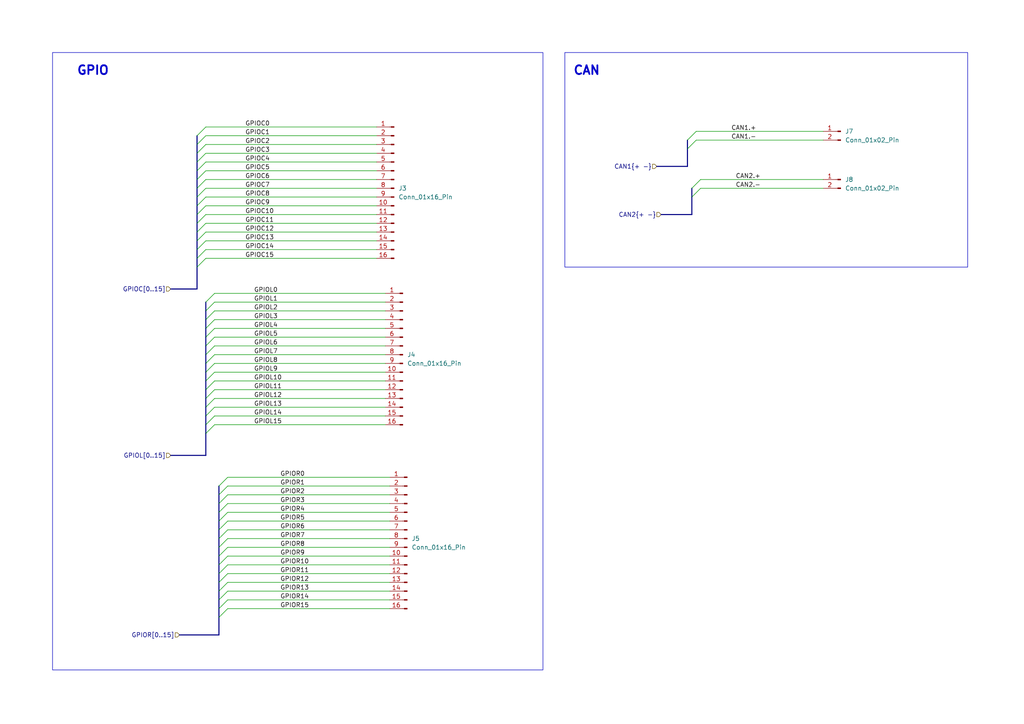
<source format=kicad_sch>
(kicad_sch (version 20231120) (generator "eeschema") (generator_version "8.0")
  (paper "A4")
  (lib_symbols
    (symbol "Connector:Conn_01x02_Pin" (pin_names (offset 1.016) hide)
      (property "Reference" "J" (at 0 2.54 0))
      (property "Value" "Conn_01x02_Pin" (at 0 -5.08 0))
      (symbol "Conn_01x02_Pin_1_1"
        (polyline (pts (xy 1.27 -2.54) (xy 0.8636 -2.54)) (stroke (width 0.1524)))
        (polyline (pts (xy 1.27 0) (xy 0.8636 0)) (stroke (width 0.1524)))
        (rectangle (start 0.8636 -2.413) (end 0 -2.667) (stroke (width 0.1524)) (fill (type outline)))
        (rectangle (start 0.8636 0.127) (end 0 -0.127) (stroke (width 0.1524)) (fill (type outline)))
        (pin passive line (at 5.08 0 180) (length 3.81) (name "Pin_1") (number "1"))
        (pin passive line (at 5.08 -2.54 180) (length 3.81) (name "Pin_2") (number "2"))
      )
    )
    (symbol "Connector:Conn_01x16_Pin" (pin_names (offset 1.016) hide)
      (property "Reference" "J" (at 0 20.32 0))
      (property "Value" "Conn_01x16_Pin" (at 0 -22.86 0))
      (symbol "Conn_01x16_Pin_1_1"
        (polyline (pts (xy 1.27 -20.32) (xy 0.8636 -20.32)) (stroke (width 0.1524)))
        (polyline (pts (xy 1.27 -17.78) (xy 0.8636 -17.78)) (stroke (width 0.1524)))
        (polyline (pts (xy 1.27 -15.24) (xy 0.8636 -15.24)) (stroke (width 0.1524)))
        (polyline (pts (xy 1.27 -12.7) (xy 0.8636 -12.7)) (stroke (width 0.1524)))
        (polyline (pts (xy 1.27 -10.16) (xy 0.8636 -10.16)) (stroke (width 0.1524)))
        (polyline (pts (xy 1.27 -7.62) (xy 0.8636 -7.62)) (stroke (width 0.1524)))
        (polyline (pts (xy 1.27 -5.08) (xy 0.8636 -5.08)) (stroke (width 0.1524)))
        (polyline (pts (xy 1.27 -2.54) (xy 0.8636 -2.54)) (stroke (width 0.1524)))
        (polyline (pts (xy 1.27 0) (xy 0.8636 0)) (stroke (width 0.1524)))
        (polyline (pts (xy 1.27 2.54) (xy 0.8636 2.54)) (stroke (width 0.1524)))
        (polyline (pts (xy 1.27 5.08) (xy 0.8636 5.08)) (stroke (width 0.1524)))
        (polyline (pts (xy 1.27 7.62) (xy 0.8636 7.62)) (stroke (width 0.1524)))
        (polyline (pts (xy 1.27 10.16) (xy 0.8636 10.16)) (stroke (width 0.1524)))
        (polyline (pts (xy 1.27 12.7) (xy 0.8636 12.7)) (stroke (width 0.1524)))
        (polyline (pts (xy 1.27 15.24) (xy 0.8636 15.24)) (stroke (width 0.1524)))
        (polyline (pts (xy 1.27 17.78) (xy 0.8636 17.78)) (stroke (width 0.1524)))
        (rectangle (start 0.8636 -20.193) (end 0 -20.447) (stroke (width 0.1524)) (fill (type outline)))
        (rectangle (start 0.8636 -17.653) (end 0 -17.907) (stroke (width 0.1524)) (fill (type outline)))
        (rectangle (start 0.8636 -15.113) (end 0 -15.367) (stroke (width 0.1524)) (fill (type outline)))
        (rectangle (start 0.8636 -12.573) (end 0 -12.827) (stroke (width 0.1524)) (fill (type outline)))
        (rectangle (start 0.8636 -10.033) (end 0 -10.287) (stroke (width 0.1524)) (fill (type outline)))
        (rectangle (start 0.8636 -7.493) (end 0 -7.747) (stroke (width 0.1524)) (fill (type outline)))
        (rectangle (start 0.8636 -4.953) (end 0 -5.207) (stroke (width 0.1524)) (fill (type outline)))
        (rectangle (start 0.8636 -2.413) (end 0 -2.667) (stroke (width 0.1524)) (fill (type outline)))
        (rectangle (start 0.8636 0.127) (end 0 -0.127) (stroke (width 0.1524)) (fill (type outline)))
        (rectangle (start 0.8636 2.667) (end 0 2.413) (stroke (width 0.1524)) (fill (type outline)))
        (rectangle (start 0.8636 5.207) (end 0 4.953) (stroke (width 0.1524)) (fill (type outline)))
        (rectangle (start 0.8636 7.747) (end 0 7.493) (stroke (width 0.1524)) (fill (type outline)))
        (rectangle (start 0.8636 10.287) (end 0 10.033) (stroke (width 0.1524)) (fill (type outline)))
        (rectangle (start 0.8636 12.827) (end 0 12.573) (stroke (width 0.1524)) (fill (type outline)))
        (rectangle (start 0.8636 15.367) (end 0 15.113) (stroke (width 0.1524)) (fill (type outline)))
        (rectangle (start 0.8636 17.907) (end 0 17.653) (stroke (width 0.1524)) (fill (type outline)))
        (pin passive line (at 5.08 17.78 180) (length 3.81) (name "Pin_1") (number "1"))
        (pin passive line (at 5.08 -5.08 180) (length 3.81) (name "Pin_10") (number "10"))
        (pin passive line (at 5.08 -7.62 180) (length 3.81) (name "Pin_11") (number "11"))
        (pin passive line (at 5.08 -10.16 180) (length 3.81) (name "Pin_12") (number "12"))
        (pin passive line (at 5.08 -12.7 180) (length 3.81) (name "Pin_13") (number "13"))
        (pin passive line (at 5.08 -15.24 180) (length 3.81) (name "Pin_14") (number "14"))
        (pin passive line (at 5.08 -17.78 180) (length 3.81) (name "Pin_15") (number "15"))
        (pin passive line (at 5.08 -20.32 180) (length 3.81) (name "Pin_16") (number "16"))
        (pin passive line (at 5.08 15.24 180) (length 3.81) (name "Pin_2") (number "2"))
        (pin passive line (at 5.08 12.7 180) (length 3.81) (name "Pin_3") (number "3"))
        (pin passive line (at 5.08 10.16 180) (length 3.81) (name "Pin_4") (number "4"))
        (pin passive line (at 5.08 7.62 180) (length 3.81) (name "Pin_5") (number "5"))
        (pin passive line (at 5.08 5.08 180) (length 3.81) (name "Pin_6") (number "6"))
        (pin passive line (at 5.08 2.54 180) (length 3.81) (name "Pin_7") (number "7"))
        (pin passive line (at 5.08 0 180) (length 3.81) (name "Pin_8") (number "8"))
        (pin passive line (at 5.08 -2.54 180) (length 3.81) (name "Pin_9") (number "9"))
      )
    )
  )
  (bus_entry (at 59.69 49.53) (size -2.54 2.54))
  (bus_entry (at 62.23 110.49) (size -2.54 2.54))
  (bus_entry (at 200.66 54.61) (size 2.54 -2.54))
  (bus_entry (at 62.23 120.65) (size -2.54 2.54))
  (bus_entry (at 63.5 143.51) (size 2.54 -2.54))
  (bus_entry (at 62.23 92.71) (size -2.54 2.54))
  (bus_entry (at 63.5 179.07) (size 2.54 -2.54))
  (bus_entry (at 63.5 168.91) (size 2.54 -2.54))
  (bus_entry (at 59.69 69.85) (size -2.54 2.54))
  (bus_entry (at 63.5 166.37) (size 2.54 -2.54))
  (bus_entry (at 63.5 173.99) (size 2.54 -2.54))
  (bus_entry (at 59.69 46.99) (size -2.54 2.54))
  (bus_entry (at 62.23 118.11) (size -2.54 2.54))
  (bus_entry (at 63.5 153.67) (size 2.54 -2.54))
  (bus_entry (at 62.23 107.95) (size -2.54 2.54))
  (bus_entry (at 59.69 64.77) (size -2.54 2.54))
  (bus_entry (at 199.39 40.64) (size 2.54 -2.54))
  (bus_entry (at 63.5 171.45) (size 2.54 -2.54))
  (bus_entry (at 59.69 62.23) (size -2.54 2.54))
  (bus_entry (at 200.66 57.15) (size 2.54 -2.54))
  (bus_entry (at 62.23 87.63) (size -2.54 2.54))
  (bus_entry (at 62.23 85.09) (size -2.54 2.54))
  (bus_entry (at 63.5 151.13) (size 2.54 -2.54))
  (bus_entry (at 63.5 146.05) (size 2.54 -2.54))
  (bus_entry (at 59.69 41.91) (size -2.54 2.54))
  (bus_entry (at 59.69 72.39) (size -2.54 2.54))
  (bus_entry (at 59.69 36.83) (size -2.54 2.54))
  (bus_entry (at 63.5 158.75) (size 2.54 -2.54))
  (bus_entry (at 59.69 44.45) (size -2.54 2.54))
  (bus_entry (at 59.69 54.61) (size -2.54 2.54))
  (bus_entry (at 63.5 176.53) (size 2.54 -2.54))
  (bus_entry (at 63.5 161.29) (size 2.54 -2.54))
  (bus_entry (at 62.23 115.57) (size -2.54 2.54))
  (bus_entry (at 59.69 67.31) (size -2.54 2.54))
  (bus_entry (at 62.23 102.87) (size -2.54 2.54))
  (bus_entry (at 62.23 90.17) (size -2.54 2.54))
  (bus_entry (at 62.23 105.41) (size -2.54 2.54))
  (bus_entry (at 199.39 43.18) (size 2.54 -2.54))
  (bus_entry (at 63.5 163.83) (size 2.54 -2.54))
  (bus_entry (at 62.23 97.79) (size -2.54 2.54))
  (bus_entry (at 62.23 123.19) (size -2.54 2.54))
  (bus_entry (at 59.69 52.07) (size -2.54 2.54))
  (bus_entry (at 59.69 59.69) (size -2.54 2.54))
  (bus_entry (at 62.23 113.03) (size -2.54 2.54))
  (bus_entry (at 63.5 156.21) (size 2.54 -2.54))
  (bus_entry (at 63.5 140.97) (size 2.54 -2.54))
  (bus_entry (at 62.23 100.33) (size -2.54 2.54))
  (bus_entry (at 59.69 57.15) (size -2.54 2.54))
  (bus_entry (at 62.23 95.25) (size -2.54 2.54))
  (bus_entry (at 59.69 74.93) (size -2.54 2.54))
  (bus_entry (at 59.69 39.37) (size -2.54 2.54))
  (bus_entry (at 63.5 148.59) (size 2.54 -2.54))
  (bus (pts (xy 57.15 49.53) (xy 57.15 52.07)))
  (wire (pts (xy 111.76 97.79) (xy 62.23 97.79)))
  (wire (pts (xy 111.76 105.41) (xy 62.23 105.41)))
  (bus (pts (xy 59.69 123.19) (xy 59.69 125.73)))
  (bus (pts (xy 57.15 39.37) (xy 57.15 41.91)))
  (bus (pts (xy 57.15 44.45) (xy 57.15 46.99)))
  (bus (pts (xy 57.15 54.61) (xy 57.15 57.15)))
  (bus (pts (xy 59.69 107.95) (xy 59.69 110.49)))
  (wire (pts (xy 66.04 151.13) (xy 113.03 151.13)))
  (wire (pts (xy 111.76 102.87) (xy 62.23 102.87)))
  (bus (pts (xy 59.69 102.87) (xy 59.69 105.41)))
  (bus (pts (xy 59.69 110.49) (xy 59.69 113.03)))
  (bus (pts (xy 59.69 125.73) (xy 59.69 132.08)))
  (bus (pts (xy 57.15 41.91) (xy 57.15 44.45)))
  (bus (pts (xy 199.39 40.64) (xy 199.39 43.18)))
  (wire (pts (xy 203.2 52.07) (xy 238.76 52.07)))
  (bus (pts (xy 57.15 69.85) (xy 57.15 72.39)))
  (wire (pts (xy 66.04 161.29) (xy 113.03 161.29)))
  (bus (pts (xy 59.69 100.33) (xy 59.69 102.87)))
  (bus (pts (xy 57.15 59.69) (xy 57.15 62.23)))
  (wire (pts (xy 66.04 156.21) (xy 113.03 156.21)))
  (wire (pts (xy 109.22 69.85) (xy 59.69 69.85)))
  (wire (pts (xy 109.22 72.39) (xy 59.69 72.39)))
  (bus (pts (xy 57.15 64.77) (xy 57.15 67.31)))
  (bus (pts (xy 63.5 140.97) (xy 63.5 143.51)))
  (bus (pts (xy 57.15 46.99) (xy 57.15 49.53)))
  (wire (pts (xy 59.69 39.37) (xy 109.22 39.37)))
  (bus (pts (xy 63.5 151.13) (xy 63.5 153.67)))
  (bus (pts (xy 59.69 113.03) (xy 59.69 115.57)))
  (wire (pts (xy 201.93 38.1) (xy 238.76 38.1)))
  (bus (pts (xy 57.15 74.93) (xy 57.15 77.47)))
  (bus (pts (xy 63.5 153.67) (xy 63.5 156.21)))
  (bus (pts (xy 59.69 115.57) (xy 59.69 118.11)))
  (bus (pts (xy 63.5 146.05) (xy 63.5 148.59)))
  (wire (pts (xy 109.22 49.53) (xy 59.69 49.53)))
  (bus (pts (xy 63.5 173.99) (xy 63.5 176.53)))
  (bus (pts (xy 57.15 77.47) (xy 57.15 83.82)))
  (wire (pts (xy 201.93 40.64) (xy 238.76 40.64)))
  (wire (pts (xy 59.69 41.91) (xy 109.22 41.91)))
  (wire (pts (xy 111.76 120.65) (xy 62.23 120.65)))
  (wire (pts (xy 66.04 166.37) (xy 113.03 166.37)))
  (bus (pts (xy 59.69 87.63) (xy 59.69 90.17)))
  (wire (pts (xy 109.22 52.07) (xy 59.69 52.07)))
  (bus (pts (xy 63.5 161.29) (xy 63.5 163.83)))
  (bus (pts (xy 63.5 156.21) (xy 63.5 158.75)))
  (wire (pts (xy 109.22 74.93) (xy 59.69 74.93)))
  (wire (pts (xy 66.04 143.51) (xy 113.03 143.51)))
  (bus (pts (xy 200.66 54.61) (xy 200.66 57.15)))
  (bus (pts (xy 59.69 90.17) (xy 59.69 92.71)))
  (bus (pts (xy 57.15 83.82) (xy 49.53 83.82)))
  (wire (pts (xy 111.76 95.25) (xy 62.23 95.25)))
  (bus (pts (xy 57.15 67.31) (xy 57.15 69.85)))
  (bus (pts (xy 57.15 62.23) (xy 57.15 64.77)))
  (wire (pts (xy 66.04 158.75) (xy 113.03 158.75)))
  (wire (pts (xy 111.76 123.19) (xy 62.23 123.19)))
  (wire (pts (xy 109.22 46.99) (xy 59.69 46.99)))
  (bus (pts (xy 59.69 118.11) (xy 59.69 120.65)))
  (wire (pts (xy 66.04 171.45) (xy 113.03 171.45)))
  (bus (pts (xy 63.5 168.91) (xy 63.5 171.45)))
  (wire (pts (xy 111.76 110.49) (xy 62.23 110.49)))
  (wire (pts (xy 111.76 100.33) (xy 62.23 100.33)))
  (wire (pts (xy 62.23 90.17) (xy 111.76 90.17)))
  (wire (pts (xy 111.76 107.95) (xy 62.23 107.95)))
  (bus (pts (xy 59.69 97.79) (xy 59.69 100.33)))
  (wire (pts (xy 66.04 146.05) (xy 113.03 146.05)))
  (wire (pts (xy 66.04 153.67) (xy 113.03 153.67)))
  (wire (pts (xy 62.23 87.63) (xy 111.76 87.63)))
  (bus (pts (xy 63.5 158.75) (xy 63.5 161.29)))
  (wire (pts (xy 66.04 138.43) (xy 113.03 138.43)))
  (bus (pts (xy 199.39 43.18) (xy 199.39 48.26)))
  (wire (pts (xy 109.22 57.15) (xy 59.69 57.15)))
  (bus (pts (xy 63.5 163.83) (xy 63.5 166.37)))
  (bus (pts (xy 63.5 166.37) (xy 63.5 168.91)))
  (bus (pts (xy 59.69 92.71) (xy 59.69 95.25)))
  (bus (pts (xy 191.77 62.23) (xy 200.66 62.23)))
  (wire (pts (xy 109.22 44.45) (xy 59.69 44.45)))
  (bus (pts (xy 59.69 120.65) (xy 59.69 123.19)))
  (wire (pts (xy 111.76 118.11) (xy 62.23 118.11)))
  (bus (pts (xy 63.5 171.45) (xy 63.5 173.99)))
  (bus (pts (xy 190.5 48.26) (xy 199.39 48.26)))
  (bus (pts (xy 57.15 52.07) (xy 57.15 54.61)))
  (wire (pts (xy 109.22 62.23) (xy 59.69 62.23)))
  (wire (pts (xy 62.23 85.09) (xy 111.76 85.09)))
  (wire (pts (xy 203.2 54.61) (xy 238.76 54.61)))
  (bus (pts (xy 57.15 57.15) (xy 57.15 59.69)))
  (wire (pts (xy 109.22 67.31) (xy 59.69 67.31)))
  (wire (pts (xy 109.22 64.77) (xy 59.69 64.77)))
  (wire (pts (xy 66.04 163.83) (xy 113.03 163.83)))
  (wire (pts (xy 111.76 115.57) (xy 62.23 115.57)))
  (wire (pts (xy 66.04 148.59) (xy 113.03 148.59)))
  (wire (pts (xy 59.69 36.83) (xy 109.22 36.83)))
  (bus (pts (xy 63.5 148.59) (xy 63.5 151.13)))
  (wire (pts (xy 109.22 54.61) (xy 59.69 54.61)))
  (wire (pts (xy 66.04 168.91) (xy 113.03 168.91)))
  (bus (pts (xy 57.15 72.39) (xy 57.15 74.93)))
  (bus (pts (xy 200.66 57.15) (xy 200.66 62.23)))
  (bus (pts (xy 59.69 105.41) (xy 59.69 107.95)))
  (bus (pts (xy 59.69 95.25) (xy 59.69 97.79)))
  (wire (pts (xy 66.04 176.53) (xy 113.03 176.53)))
  (bus (pts (xy 52.07 184.15) (xy 63.5 184.15)))
  (wire (pts (xy 111.76 92.71) (xy 62.23 92.71)))
  (wire (pts (xy 109.22 59.69) (xy 59.69 59.69)))
  (bus (pts (xy 59.69 132.08) (xy 49.53 132.08)))
  (bus (pts (xy 63.5 179.07) (xy 63.5 184.15)))
  (bus (pts (xy 63.5 176.53) (xy 63.5 179.07)))
  (bus (pts (xy 63.5 143.51) (xy 63.5 146.05)))
  (wire (pts (xy 111.76 113.03) (xy 62.23 113.03)))
  (wire (pts (xy 66.04 140.97) (xy 113.03 140.97)))
  (wire (pts (xy 66.04 173.99) (xy 113.03 173.99)))
  (rectangle (start 163.83 15.24) (end 280.67 77.47))
  (rectangle (start 15.24 15.24) (end 157.48 194.31))
  (text "CAN" (at 170.18 20.574 0) (effects (font (size 2.54 2.54) (thickness 0.508) (bold yes))))
  (text "GPIO " (at 27.94 20.574 0) (effects (font (size 2.54 2.54) (thickness 0.508) (bold yes))))
  (label "GPIOR5" (at 81.28 151.13 0))
  (label "GPIOC0" (at 71.12 36.83 0))
  (label "GPIOL13" (at 73.66 118.11 0))
  (label "GPIOC8" (at 71.12 57.15 0))
  (label "GPIOR7" (at 81.28 156.21 0))
  (label "GPIOC10" (at 71.12 62.23 0))
  (label "GPIOR3" (at 81.28 146.05 0))
  (label "GPIOR11" (at 81.28 166.37 0))
  (label "GPIOR6" (at 81.28 153.67 0))
  (label "GPIOC9" (at 71.12 59.69 0))
  (label "CAN1.-" (at 212.09 40.64 0))
  (label "GPIOL6" (at 73.66 100.33 0))
  (label "GPIOL11" (at 73.66 113.03 0))
  (label "GPIOC1" (at 71.12 39.37 0))
  (label "GPIOC12" (at 71.12 67.31 0))
  (label "GPIOR4" (at 81.28 148.59 0))
  (label "GPIOL12" (at 73.66 115.57 0))
  (label "GPIOR9" (at 81.28 161.29 0))
  (label "GPIOR14" (at 81.28 173.99 0))
  (label "GPIOC5" (at 71.12 49.53 0))
  (label "GPIOL7" (at 73.66 102.87 0))
  (label "GPIOC6" (at 71.12 52.07 0))
  (label "CAN2.+" (at 213.36 52.07 0))
  (label "GPIOL9" (at 73.66 107.95 0))
  (label "GPIOR10" (at 81.28 163.83 0))
  (label "GPIOR8" (at 81.28 158.75 0))
  (label "GPIOL5" (at 73.66 97.79 0))
  (label "GPIOL1" (at 73.66 87.63 0))
  (label "GPIOR15" (at 81.28 176.53 0))
  (label "GPIOL8" (at 73.66 105.41 0))
  (label "GPIOL10" (at 73.66 110.49 0))
  (label "GPIOR12" (at 81.28 168.91 0))
  (label "GPIOL15" (at 73.66 123.19 0))
  (label "CAN2.-" (at 213.36 54.61 0))
  (label "GPIOC7" (at 71.12 54.61 0))
  (label "GPIOL14" (at 73.66 120.65 0))
  (label "GPIOL0" (at 73.66 85.09 0))
  (label "GPIOC3" (at 71.12 44.45 0))
  (label "CAN1.+" (at 212.09 38.1 0))
  (label "GPIOR1" (at 81.28 140.97 0))
  (label "GPIOL2" (at 73.66 90.17 0))
  (label "GPIOC14" (at 71.12 72.39 0))
  (label "GPIOC15" (at 71.12 74.93 0))
  (label "GPIOL3" (at 73.66 92.71 0))
  (label "GPIOC13" (at 71.12 69.85 0))
  (label "GPIOC4" (at 71.12 46.99 0))
  (label "GPIOR2" (at 81.28 143.51 0))
  (label "GPIOL4" (at 73.66 95.25 0))
  (label "GPIOC11" (at 71.12 64.77 0))
  (label "GPIOC2" (at 71.12 41.91 0))
  (label "GPIOR13" (at 81.28 171.45 0))
  (label "GPIOR0" (at 81.28 138.43 0))
  (hierarchical_label "GPIOC[0..15]" (shape input) (at 49.53 83.82 180))
  (hierarchical_label "CAN1{+ -}" (shape input) (at 190.5 48.26 180))
  (hierarchical_label "CAN2{+ -}" (shape input) (at 191.77 62.23 180))
  (hierarchical_label "GPIOL[0..15]" (shape input) (at 49.53 132.08 180))
  (hierarchical_label "GPIOR[0..15]" (shape input) (at 52.07 184.15 180))
  (symbol (lib_id "Connector:Conn_01x16_Pin") (at 114.3 54.61 0) (mirror y) (unit 1)
    (property "Reference" "J3" (at 115.57 54.6099 0) (effects (justify right)))
    (property "Value" "Conn_01x16_Pin" (at 115.57 57.1499 0) (effects (justify right)))
    (property "Footprint" "Connector_PinHeader_2.54mm:PinHeader_1x16_P2.54mm_Vertical" (effects (hide yes)))
    (property "Description" "Generic connector, single row, 01x16, script generated" (effects (hide yes)))
  )
  (symbol (lib_id "Connector:Conn_01x16_Pin") (at 116.84 102.87 0) (mirror y) (unit 1)
    (property "Reference" "J4" (at 118.11 102.8699 0) (effects (justify right)))
    (property "Value" "Conn_01x16_Pin" (at 118.11 105.4099 0) (effects (justify right)))
    (property "Footprint" "Connector_PinHeader_2.54mm:PinHeader_1x16_P2.54mm_Vertical" (effects (hide yes)))
    (property "Description" "Generic connector, single row, 01x16, script generated" (effects (hide yes)))
  )
  (symbol (lib_id "Connector:Conn_01x16_Pin") (at 118.11 156.21 0) (mirror y) (unit 1)
    (property "Reference" "J5" (at 119.38 156.2099 0) (effects (justify right)))
    (property "Value" "Conn_01x16_Pin" (at 119.38 158.7499 0) (effects (justify right)))
    (property "Footprint" "Connector_PinHeader_2.54mm:PinHeader_1x16_P2.54mm_Vertical" (effects (hide yes)))
    (property "Description" "Generic connector, single row, 01x16, script generated" (effects (hide yes)))
  )
  (symbol (lib_id "Connector:Conn_01x02_Pin") (at 243.84 52.07 0) (mirror y) (unit 1)
    (property "Reference" "J8" (at 245.11 52.0699 0) (effects (justify right)))
    (property "Value" "Conn_01x02_Pin" (at 245.11 54.6099 0) (effects (justify right)))
    (property "Footprint" "Connector_PinHeader_2.54mm:PinHeader_1x02_P2.54mm_Vertical" (effects (hide yes)))
    (property "Description" "Generic connector, single row, 01x02, script generated" (effects (hide yes)))
  )
  (symbol (lib_id "Connector:Conn_01x02_Pin") (at 243.84 38.1 0) (mirror y) (unit 1)
    (property "Reference" "J7" (at 245.11 38.0999 0) (effects (justify right)))
    (property "Value" "Conn_01x02_Pin" (at 245.11 40.6399 0) (effects (justify right)))
    (property "Footprint" "Connector_PinHeader_2.54mm:PinHeader_1x02_P2.54mm_Vertical" (effects (hide yes)))
    (property "Description" "Generic connector, single row, 01x02, script generated" (effects (hide yes)))
  )
)
</source>
